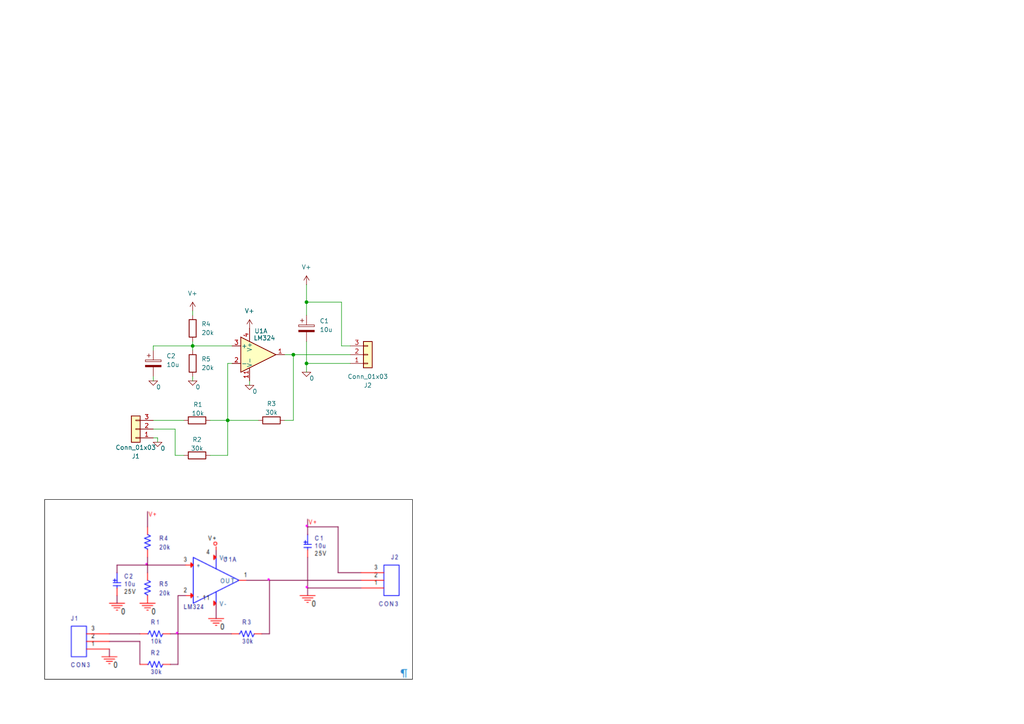
<source format=kicad_sch>
(kicad_sch (version 20250114) (generator "eeschema") (generator_version "9.0")
  (paper "A4")
  (lib_symbols
    (symbol "Amplifier_Operational:LM324" (pin_names (offset 0.127))
      (property "Reference" "U" (at 0 5.08 0))
      (property "Value" "LM324" (at 0 -5.08 0))
      (symbol "LM324_1_1"
        (polyline (pts (xy -5.08 5.08) (xy 5.08 0) (xy -5.08 -5.08) (xy -5.08 5.08)) (stroke (width 0.254)) (fill (type background)))
        (pin input line (at -7.62 2.54 0) (length 2.54) (name "+") (number "3"))
        (pin input line (at -7.62 -2.54 0) (length 2.54) (name "-") (number "2"))
        (pin output line (at 7.62 0 180) (length 2.54) (name "~") (number "1"))
      )
      (symbol "LM324_2_1"
        (polyline (pts (xy -5.08 5.08) (xy 5.08 0) (xy -5.08 -5.08) (xy -5.08 5.08)) (stroke (width 0.254)) (fill (type background)))
        (pin input line (at -7.62 2.54 0) (length 2.54) (name "+") (number "5"))
        (pin input line (at -7.62 -2.54 0) (length 2.54) (name "-") (number "6"))
        (pin output line (at 7.62 0 180) (length 2.54) (name "~") (number "7"))
      )
      (symbol "LM324_3_1"
        (polyline (pts (xy -5.08 5.08) (xy 5.08 0) (xy -5.08 -5.08) (xy -5.08 5.08)) (stroke (width 0.254)) (fill (type background)))
        (pin input line (at -7.62 2.54 0) (length 2.54) (name "+") (number "10"))
        (pin input line (at -7.62 -2.54 0) (length 2.54) (name "-") (number "9"))
        (pin output line (at 7.62 0 180) (length 2.54) (name "~") (number "8"))
      )
      (symbol "LM324_4_1"
        (polyline (pts (xy -5.08 5.08) (xy 5.08 0) (xy -5.08 -5.08) (xy -5.08 5.08)) (stroke (width 0.254)) (fill (type background)))
        (pin input line (at -7.62 2.54 0) (length 2.54) (name "+") (number "12"))
        (pin input line (at -7.62 -2.54 0) (length 2.54) (name "-") (number "13"))
        (pin output line (at 7.62 0 180) (length 2.54) (name "~") (number "14"))
      )
      (symbol "LM324_5_1"
        (pin power_in line (at -2.54 7.62 270) (length 3.81) (name "V+") (number "4"))
        (pin power_in line (at -2.54 -7.62 90) (length 3.81) (name "V-") (number "11"))
      )
    )
    (symbol "Connector_Generic:Conn_01x03" (pin_names (offset 1.016) (hide yes))
      (property "Reference" "J" (at 0 5.08 0))
      (property "Value" "Conn_01x03" (at 0 -5.08 0))
      (symbol "Conn_01x03_1_1"
        (rectangle (start -1.27 3.81) (end 1.27 -3.81) (stroke (width 0.254)) (fill (type background)))
        (rectangle (start -1.27 2.667) (end 0 2.413) (stroke (width 0.1524)))
        (rectangle (start -1.27 0.127) (end 0 -0.127) (stroke (width 0.1524)))
        (rectangle (start -1.27 -2.413) (end 0 -2.667) (stroke (width 0.1524)))
        (pin passive line (at -5.08 2.54 0) (length 3.81) (name "Pin_1") (number "1"))
        (pin passive line (at -5.08 0 0) (length 3.81) (name "Pin_2") (number "2"))
        (pin passive line (at -5.08 -2.54 0) (length 3.81) (name "Pin_3") (number "3"))
      )
    )
    (symbol "Device:C_Polarized" (pin_numbers (hide yes)) (pin_names (offset 0.254))
      (property "Reference" "C" (at 0.635 2.54 0))
      (property "Value" "C_Polarized" (at 0.635 -2.54 0))
      (symbol "C_Polarized_0_1"
        (rectangle (start -2.286 0.508) (end 2.286 1.016))
        (polyline (pts (xy -1.778 2.286) (xy -0.762 2.286)))
        (polyline (pts (xy -1.27 2.794) (xy -1.27 1.778)))
        (rectangle (start 2.286 -0.508) (end -2.286 -1.016) (fill (type outline)))
      )
      (symbol "C_Polarized_1_1"
        (pin passive line (at 0 3.81 270) (length 2.794) (name "~") (number "1"))
        (pin passive line (at 0 -3.81 90) (length 2.794) (name "~") (number "2"))
      )
    )
    (symbol "Device:R" (pin_numbers (hide yes)) (pin_names (offset 0))
      (property "Reference" "R" (at 2.032 0 90))
      (property "Value" "R" (at 0 0 90))
      (symbol "R_0_1"
        (rectangle (start -1.016 -2.54) (end 1.016 2.54) (stroke (width 0.254)))
      )
      (symbol "R_1_1"
        (pin passive line (at 0 3.81 270) (length 1.27) (name "~") (number "1"))
        (pin passive line (at 0 -3.81 90) (length 1.27) (name "~") (number "2"))
      )
    )
    (symbol "Simulation_SPICE:0" (power) (pin_numbers (hide yes)) (pin_names (offset 0) (hide yes))
      (property "Value" "0" (at 0 -2.54 0))
      (symbol "0_0_1"
        (polyline (pts (xy -1.27 0) (xy 0 -1.27) (xy 1.27 0) (xy -1.27 0)))
      )
      (symbol "0_1_1"
        (pin power_in line (at 0 0 0) (length 0) (name "~") (number "1"))
      )
    )
    (symbol "power:VAA" (power) (pin_numbers (hide yes)) (pin_names (offset 0) (hide yes))
      (property "Value" "VAA" (at 0 3.556 0))
      (symbol "VAA_0_1"
        (polyline (pts (xy -0.762 1.27) (xy 0 2.54)))
        (polyline (pts (xy 0 2.54) (xy 0.762 1.27)))
        (polyline (pts (xy 0 0) (xy 0 2.54)))
      )
      (symbol "VAA_1_1"
        (pin power_in line (at 0 0 90) (length 0) (name "~") (number "1"))
      )
    )
  )
  (junction (at 88.9 105.41))
  (junction (at 88.9 87.63))
  (junction (at 85.09 102.87))
  (junction (at 66.04 121.92))
  (junction (at 55.88 100.33))
  (wire (pts (xy 88.9 82.55) (xy 88.9 87.63)))
  (wire (pts (xy 55.88 90.17) (xy 55.88 91.44)))
  (wire (pts (xy 82.55 102.87) (xy 85.09 102.87)))
  (wire (pts (xy 66.04 121.92) (xy 74.93 121.92)))
  (wire (pts (xy 60.96 121.92) (xy 66.04 121.92)))
  (wire (pts (xy 44.45 101.6) (xy 44.45 100.33)))
  (wire (pts (xy 85.09 102.87) (xy 101.6 102.87)))
  (wire (pts (xy 45.72 128.27) (xy 45.72 127)))
  (wire (pts (xy 72.39 110.49) (xy 72.39 111.76)))
  (wire (pts (xy 66.04 121.92) (xy 66.04 132.08)))
  (wire (pts (xy 66.04 105.41) (xy 67.31 105.41)))
  (wire (pts (xy 44.45 100.33) (xy 55.88 100.33)))
  (wire (pts (xy 55.88 99.06) (xy 55.88 100.33)))
  (wire (pts (xy 101.6 100.33) (xy 99.06 100.33)))
  (wire (pts (xy 55.88 109.22) (xy 55.88 110.49)))
  (wire (pts (xy 50.8 132.08) (xy 53.34 132.08)))
  (wire (pts (xy 44.45 121.92) (xy 53.34 121.92)))
  (wire (pts (xy 88.9 105.41) (xy 88.9 107.95)))
  (wire (pts (xy 66.04 105.41) (xy 66.04 121.92)))
  (wire (pts (xy 66.04 132.08) (xy 60.96 132.08)))
  (wire (pts (xy 88.9 87.63) (xy 99.06 87.63)))
  (wire (pts (xy 44.45 109.22) (xy 44.45 110.49)))
  (wire (pts (xy 44.45 124.46) (xy 50.8 124.46)))
  (wire (pts (xy 99.06 100.33) (xy 99.06 87.63)))
  (wire (pts (xy 45.72 127) (xy 44.45 127)))
  (wire (pts (xy 55.88 100.33) (xy 67.31 100.33)))
  (wire (pts (xy 88.9 99.06) (xy 88.9 105.41)))
  (wire (pts (xy 82.55 121.92) (xy 85.09 121.92)))
  (wire (pts (xy 55.88 100.33) (xy 55.88 101.6)))
  (wire (pts (xy 88.9 87.63) (xy 88.9 91.44)))
  (wire (pts (xy 50.8 124.46) (xy 50.8 132.08)))
  (wire (pts (xy 85.09 102.87) (xy 85.09 121.92)))
  (wire (pts (xy 88.9 105.41) (xy 101.6 105.41)))
  (image (at 66.294 170.942) (scale 2.36828))
  (symbol (lib_id "Simulation_SPICE:0") (at 88.9 107.95 0) (unit 1)
    (property "Reference" "#GND03" (effects (hide yes)))
    (property "Value" "0" (at 90.424 109.728 0))
    (property "Datasheet" "https://ngspice.sourceforge.io/docs/ngspice-html-manual/manual.xhtml#subsec_Circuit_elements__device" (effects (hide yes)))
    (property "Description" "0V reference potential for simulation" (effects (hide yes)))
  )
  (symbol (lib_id "Connector_Generic:Conn_01x03") (at 39.37 124.46 180) (unit 1)
    (property "Reference" "J1" (at 39.37 132.334 0))
    (property "Value" "Conn_01x03" (at 39.37 129.794 0))
    (property "Footprint" "Connector_PinHeader_2.54mm:PinHeader_1x03_P2.54mm_Vertical" (effects (hide yes)))
    (property "Description" "Generic connector, single row, 01x03, script generated (kicad-library-utils/schlib/autogen/connector/)" (effects (hide yes)))
  )
  (symbol (lib_id "Device:C_Polarized") (at 44.45 105.41 0) (unit 1)
    (property "Reference" "C2" (at 48.26 103.2509 0) (effects (justify left)))
    (property "Value" "10u" (at 48.26 105.7909 0) (effects (justify left)))
    (property "Footprint" "Capacitor_THT:CP_Radial_D5.0mm_P2.50mm" (effects (hide yes)))
    (property "Description" "Polarized capacitor" (effects (hide yes)))
  )
  (symbol (lib_id "Device:R") (at 57.15 132.08 90) (unit 1)
    (property "Reference" "R2" (at 57.15 127.508 90))
    (property "Value" "30k" (at 57.15 130.048 90))
    (property "Footprint" "Resistor_THT:R_Axial_DIN0207_L6.3mm_D2.5mm_P7.62mm_Horizontal" (effects (hide yes)))
    (property "Description" "Resistor" (effects (hide yes)))
  )
  (symbol (lib_id "Amplifier_Operational:LM324") (at 74.93 102.87 0) (unit 1)
    (property "Reference" "U1" (at 75.692 96.012 0))
    (property "Value" "LM324" (at 76.708 98.044 0))
    (property "Footprint" "Package_DIP:DIP-14_W7.62mm" (effects (hide yes)))
    (property "Datasheet" "http://www.ti.com/lit/ds/symlink/lm2902-n.pdf" (effects (hide yes)))
    (property "Description" "Low-Power, Quad-Operational Amplifiers, DIP-14/SOIC-14/SSOP-14" (effects (hide yes)))
  )
  (symbol (lib_id "Connector_Generic:Conn_01x03") (at 106.68 102.87 0) (mirror x) (unit 1)
    (property "Reference" "J2" (at 106.68 111.76 0))
    (property "Value" "Conn_01x03" (at 106.68 109.22 0))
    (property "Footprint" "Connector_PinHeader_2.54mm:PinHeader_1x03_P2.54mm_Vertical" (effects (hide yes)))
    (property "Description" "Generic connector, single row, 01x03, script generated (kicad-library-utils/schlib/autogen/connector/)" (effects (hide yes)))
  )
  (symbol (lib_id "power:VAA") (at 72.39 95.25 0) (unit 1)
    (property "Reference" "#PWR01" (effects (hide yes)))
    (property "Value" "V+" (at 72.39 90.17 0))
    (property "Description" "Power symbol creates a global label with name \"VAA\"" (effects (hide yes)))
  )
  (symbol (lib_id "Simulation_SPICE:0") (at 55.88 110.49 0) (unit 1)
    (property "Reference" "#GND05" (effects (hide yes)))
    (property "Value" "0" (at 57.404 112.268 0))
    (property "Datasheet" "https://ngspice.sourceforge.io/docs/ngspice-html-manual/manual.xhtml#subsec_Circuit_elements__device" (effects (hide yes)))
    (property "Description" "0V reference potential for simulation" (effects (hide yes)))
  )
  (symbol (lib_id "Device:R") (at 57.15 121.92 90) (unit 1)
    (property "Reference" "R1" (at 57.404 117.348 90))
    (property "Value" "10k" (at 57.404 119.888 90))
    (property "Footprint" "Resistor_THT:R_Axial_DIN0207_L6.3mm_D2.5mm_P7.62mm_Horizontal" (effects (hide yes)))
    (property "Description" "Resistor" (effects (hide yes)))
  )
  (symbol (lib_id "Device:R") (at 55.88 105.41 180) (unit 1)
    (property "Reference" "R5" (at 58.42 104.1399 0) (effects (justify right)))
    (property "Value" "20k" (at 58.42 106.6799 0) (effects (justify right)))
    (property "Footprint" "Resistor_THT:R_Axial_DIN0207_L6.3mm_D2.5mm_P7.62mm_Horizontal" (effects (hide yes)))
    (property "Description" "Resistor" (effects (hide yes)))
  )
  (symbol (lib_id "power:VAA") (at 55.88 90.17 0) (unit 1)
    (property "Reference" "#PWR02" (effects (hide yes)))
    (property "Value" "V+" (at 55.88 85.09 0))
    (property "Description" "Power symbol creates a global label with name \"VAA\"" (effects (hide yes)))
  )
  (symbol (lib_id "Device:R") (at 78.74 121.92 90) (unit 1)
    (property "Reference" "R3" (at 78.74 117.094 90))
    (property "Value" "30k" (at 78.74 119.634 90))
    (property "Footprint" "Resistor_THT:R_Axial_DIN0207_L6.3mm_D2.5mm_P7.62mm_Horizontal" (effects (hide yes)))
    (property "Description" "Resistor" (effects (hide yes)))
  )
  (symbol (lib_id "Simulation_SPICE:0") (at 44.45 110.49 0) (unit 1)
    (property "Reference" "#GND04" (effects (hide yes)))
    (property "Value" "0" (at 45.974 112.268 0))
    (property "Datasheet" "https://ngspice.sourceforge.io/docs/ngspice-html-manual/manual.xhtml#subsec_Circuit_elements__device" (effects (hide yes)))
    (property "Description" "0V reference potential for simulation" (effects (hide yes)))
  )
  (symbol (lib_id "Device:R") (at 55.88 95.25 180) (unit 1)
    (property "Reference" "R4" (at 58.42 93.9799 0) (effects (justify right)))
    (property "Value" "20k" (at 58.42 96.5199 0) (effects (justify right)))
    (property "Footprint" "Resistor_THT:R_Axial_DIN0207_L6.3mm_D2.5mm_P7.62mm_Horizontal" (effects (hide yes)))
    (property "Description" "Resistor" (effects (hide yes)))
  )
  (symbol (lib_id "Simulation_SPICE:0") (at 72.39 111.76 0) (unit 1)
    (property "Reference" "#GND02" (effects (hide yes)))
    (property "Value" "0" (at 73.914 113.538 0))
    (property "Datasheet" "https://ngspice.sourceforge.io/docs/ngspice-html-manual/manual.xhtml#subsec_Circuit_elements__device" (effects (hide yes)))
    (property "Description" "0V reference potential for simulation" (effects (hide yes)))
  )
  (symbol (lib_id "Simulation_SPICE:0") (at 45.72 128.27 0) (unit 1)
    (property "Reference" "#GND01" (effects (hide yes)))
    (property "Value" "0" (at 47.244 130.048 0))
    (property "Datasheet" "https://ngspice.sourceforge.io/docs/ngspice-html-manual/manual.xhtml#subsec_Circuit_elements__device" (effects (hide yes)))
    (property "Description" "0V reference potential for simulation" (effects (hide yes)))
  )
  (symbol (lib_id "Amplifier_Operational:LM324") (at 74.93 102.87 0) (unit 5)
    (property "Reference" "U1" (effects (hide yes)))
    (property "Value" "LM324" (effects (hide yes)))
    (property "Footprint" "Package_DIP:DIP-14_W7.62mm" (effects (hide yes)))
    (property "Datasheet" "http://www.ti.com/lit/ds/symlink/lm2902-n.pdf" (effects (hide yes)))
    (property "Description" "Low-Power, Quad-Operational Amplifiers, DIP-14/SOIC-14/SSOP-14" (effects (hide yes)))
  )
  (symbol (lib_id "Device:C_Polarized") (at 88.9 95.25 0) (unit 1)
    (property "Reference" "C1" (at 92.71 93.0909 0) (effects (justify left)))
    (property "Value" "10u" (at 92.71 95.6309 0) (effects (justify left)))
    (property "Footprint" "Capacitor_THT:CP_Radial_D5.0mm_P2.50mm" (effects (hide yes)))
    (property "Description" "Polarized capacitor" (effects (hide yes)))
  )
  (symbol (lib_id "power:VAA") (at 88.9 82.55 0) (unit 1)
    (property "Reference" "#PWR99" (effects (hide yes)))
    (property "Value" "V+" (at 88.9 77.47 0))
    (property "Description" "Power symbol creates a global label with name \"VAA\"" (effects (hide yes)))
  )
)
</source>
